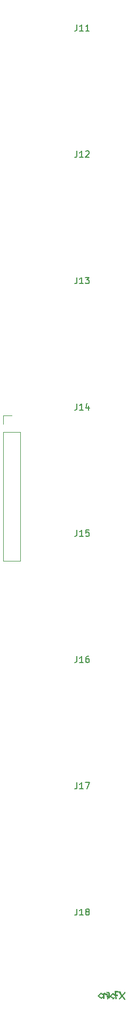
<source format=gbr>
%TF.GenerationSoftware,KiCad,Pcbnew,(5.1.6)-1*%
%TF.CreationDate,2020-06-17T23:21:10-05:00*%
%TF.ProjectId,Euro Playset,4575726f-2050-46c6-9179-7365742e6b69,rev?*%
%TF.SameCoordinates,Original*%
%TF.FileFunction,Legend,Top*%
%TF.FilePolarity,Positive*%
%FSLAX46Y46*%
G04 Gerber Fmt 4.6, Leading zero omitted, Abs format (unit mm)*
G04 Created by KiCad (PCBNEW (5.1.6)-1) date 2020-06-17 23:21:10*
%MOMM*%
%LPD*%
G01*
G04 APERTURE LIST*
%ADD10C,0.120000*%
%ADD11C,0.010000*%
%ADD12C,0.150000*%
G04 APERTURE END LIST*
D10*
%TO.C,C2*%
X372370000Y-214750000D02*
X375030000Y-214750000D01*
X372370000Y-194370000D02*
X372370000Y-214750000D01*
X375030000Y-194370000D02*
X375030000Y-214750000D01*
X372370000Y-194370000D02*
X375030000Y-194370000D01*
X372370000Y-193100000D02*
X372370000Y-191770000D01*
X372370000Y-191770000D02*
X373700000Y-191770000D01*
D11*
%TO.C,G\u002A\u002A\u002A*%
G36*
X390096726Y-282815165D02*
G01*
X390177755Y-282826151D01*
X390285834Y-282842528D01*
X390410994Y-282862608D01*
X390543266Y-282884702D01*
X390672682Y-282907121D01*
X390789274Y-282928178D01*
X390883074Y-282946183D01*
X390944114Y-282959448D01*
X390962523Y-282965375D01*
X390975578Y-283002367D01*
X390963039Y-283046232D01*
X390934713Y-283074749D01*
X390914056Y-283075187D01*
X390886273Y-283069484D01*
X390881979Y-283085210D01*
X390903469Y-283126993D01*
X390953038Y-283199464D01*
X391021772Y-283292380D01*
X391166435Y-283484582D01*
X391390159Y-283243646D01*
X391482239Y-283145314D01*
X391546698Y-283079881D01*
X391590162Y-283042451D01*
X391619258Y-283028126D01*
X391640613Y-283032011D01*
X391657632Y-283045978D01*
X391673544Y-283065927D01*
X391676089Y-283088717D01*
X391660879Y-283121465D01*
X391623528Y-283171287D01*
X391559648Y-283245301D01*
X391480509Y-283333329D01*
X391397742Y-283426189D01*
X391329154Y-283505796D01*
X391281200Y-283564459D01*
X391260339Y-283594488D01*
X391259945Y-283596086D01*
X391274400Y-283622557D01*
X391313672Y-283681479D01*
X391371993Y-283764488D01*
X391443593Y-283863223D01*
X391453689Y-283876930D01*
X391534770Y-283988846D01*
X391587714Y-284067906D01*
X391616283Y-284121053D01*
X391624238Y-284155230D01*
X391616023Y-284176579D01*
X391580953Y-284208118D01*
X391565648Y-284214056D01*
X391543838Y-284194771D01*
X391498528Y-284142212D01*
X391436260Y-284064323D01*
X391363577Y-283969046D01*
X391360864Y-283965411D01*
X391288616Y-283868689D01*
X391227902Y-283787617D01*
X391184970Y-283730527D01*
X391166068Y-283705746D01*
X391165933Y-283705583D01*
X391145881Y-283718439D01*
X391098555Y-283761803D01*
X391031252Y-283828685D01*
X390959432Y-283903418D01*
X390873418Y-283993623D01*
X390814331Y-284051380D01*
X390774667Y-284081865D01*
X390746922Y-284090257D01*
X390723589Y-284081732D01*
X390712531Y-284073758D01*
X390687681Y-284050979D01*
X390683710Y-284027776D01*
X390705050Y-283993095D01*
X390756133Y-283935886D01*
X390776508Y-283914177D01*
X390856377Y-283829028D01*
X390939883Y-283739563D01*
X390986314Y-283689574D01*
X391082326Y-283585876D01*
X390914553Y-283363450D01*
X390826600Y-283240445D01*
X390775126Y-283152990D01*
X390760096Y-283101024D01*
X390761083Y-283095959D01*
X390761914Y-283075141D01*
X390743945Y-283058541D01*
X390699182Y-283043435D01*
X390619626Y-283027102D01*
X390501096Y-283007422D01*
X390386456Y-282989697D01*
X390289338Y-282975507D01*
X390221515Y-282966523D01*
X390196414Y-282964203D01*
X390180500Y-282981262D01*
X390174513Y-283036032D01*
X390177893Y-283134429D01*
X390178895Y-283149347D01*
X390188156Y-283276558D01*
X390197981Y-283361471D01*
X390213024Y-283412629D01*
X390237933Y-283438574D01*
X390277362Y-283447850D01*
X390335962Y-283448999D01*
X390342052Y-283448996D01*
X390417547Y-283451081D01*
X390455142Y-283461710D01*
X390467904Y-283487439D01*
X390469076Y-283512751D01*
X390464942Y-283550589D01*
X390443844Y-283569465D01*
X390392739Y-283575902D01*
X390341566Y-283576506D01*
X390268817Y-283580068D01*
X390222650Y-283589175D01*
X390214056Y-283596301D01*
X390217043Y-283629202D01*
X390224996Y-283699512D01*
X390236402Y-283794049D01*
X390240696Y-283828552D01*
X390252827Y-283933853D01*
X390256374Y-284000464D01*
X390250425Y-284040116D01*
X390234068Y-284064542D01*
X390221569Y-284074810D01*
X390177933Y-284093994D01*
X390156073Y-284089326D01*
X390146022Y-284058674D01*
X390132747Y-283991165D01*
X390118248Y-283900679D01*
X390104527Y-283801095D01*
X390093583Y-283706291D01*
X390087418Y-283630147D01*
X390086740Y-283608383D01*
X390065274Y-283582506D01*
X390035542Y-283576506D01*
X389998056Y-283564328D01*
X389985004Y-283519184D01*
X389984538Y-283500800D01*
X389990373Y-283448806D01*
X390012480Y-283437134D01*
X390026481Y-283441189D01*
X390043569Y-283443697D01*
X390054351Y-283430446D01*
X390059415Y-283393802D01*
X390059346Y-283326128D01*
X390054729Y-283219789D01*
X390050027Y-283134365D01*
X390044664Y-283012884D01*
X390043187Y-282912246D01*
X390045518Y-282842016D01*
X390051576Y-282811760D01*
X390052713Y-282811260D01*
X390096726Y-282815165D01*
G37*
X390096726Y-282815165D02*
X390177755Y-282826151D01*
X390285834Y-282842528D01*
X390410994Y-282862608D01*
X390543266Y-282884702D01*
X390672682Y-282907121D01*
X390789274Y-282928178D01*
X390883074Y-282946183D01*
X390944114Y-282959448D01*
X390962523Y-282965375D01*
X390975578Y-283002367D01*
X390963039Y-283046232D01*
X390934713Y-283074749D01*
X390914056Y-283075187D01*
X390886273Y-283069484D01*
X390881979Y-283085210D01*
X390903469Y-283126993D01*
X390953038Y-283199464D01*
X391021772Y-283292380D01*
X391166435Y-283484582D01*
X391390159Y-283243646D01*
X391482239Y-283145314D01*
X391546698Y-283079881D01*
X391590162Y-283042451D01*
X391619258Y-283028126D01*
X391640613Y-283032011D01*
X391657632Y-283045978D01*
X391673544Y-283065927D01*
X391676089Y-283088717D01*
X391660879Y-283121465D01*
X391623528Y-283171287D01*
X391559648Y-283245301D01*
X391480509Y-283333329D01*
X391397742Y-283426189D01*
X391329154Y-283505796D01*
X391281200Y-283564459D01*
X391260339Y-283594488D01*
X391259945Y-283596086D01*
X391274400Y-283622557D01*
X391313672Y-283681479D01*
X391371993Y-283764488D01*
X391443593Y-283863223D01*
X391453689Y-283876930D01*
X391534770Y-283988846D01*
X391587714Y-284067906D01*
X391616283Y-284121053D01*
X391624238Y-284155230D01*
X391616023Y-284176579D01*
X391580953Y-284208118D01*
X391565648Y-284214056D01*
X391543838Y-284194771D01*
X391498528Y-284142212D01*
X391436260Y-284064323D01*
X391363577Y-283969046D01*
X391360864Y-283965411D01*
X391288616Y-283868689D01*
X391227902Y-283787617D01*
X391184970Y-283730527D01*
X391166068Y-283705746D01*
X391165933Y-283705583D01*
X391145881Y-283718439D01*
X391098555Y-283761803D01*
X391031252Y-283828685D01*
X390959432Y-283903418D01*
X390873418Y-283993623D01*
X390814331Y-284051380D01*
X390774667Y-284081865D01*
X390746922Y-284090257D01*
X390723589Y-284081732D01*
X390712531Y-284073758D01*
X390687681Y-284050979D01*
X390683710Y-284027776D01*
X390705050Y-283993095D01*
X390756133Y-283935886D01*
X390776508Y-283914177D01*
X390856377Y-283829028D01*
X390939883Y-283739563D01*
X390986314Y-283689574D01*
X391082326Y-283585876D01*
X390914553Y-283363450D01*
X390826600Y-283240445D01*
X390775126Y-283152990D01*
X390760096Y-283101024D01*
X390761083Y-283095959D01*
X390761914Y-283075141D01*
X390743945Y-283058541D01*
X390699182Y-283043435D01*
X390619626Y-283027102D01*
X390501096Y-283007422D01*
X390386456Y-282989697D01*
X390289338Y-282975507D01*
X390221515Y-282966523D01*
X390196414Y-282964203D01*
X390180500Y-282981262D01*
X390174513Y-283036032D01*
X390177893Y-283134429D01*
X390178895Y-283149347D01*
X390188156Y-283276558D01*
X390197981Y-283361471D01*
X390213024Y-283412629D01*
X390237933Y-283438574D01*
X390277362Y-283447850D01*
X390335962Y-283448999D01*
X390342052Y-283448996D01*
X390417547Y-283451081D01*
X390455142Y-283461710D01*
X390467904Y-283487439D01*
X390469076Y-283512751D01*
X390464942Y-283550589D01*
X390443844Y-283569465D01*
X390392739Y-283575902D01*
X390341566Y-283576506D01*
X390268817Y-283580068D01*
X390222650Y-283589175D01*
X390214056Y-283596301D01*
X390217043Y-283629202D01*
X390224996Y-283699512D01*
X390236402Y-283794049D01*
X390240696Y-283828552D01*
X390252827Y-283933853D01*
X390256374Y-284000464D01*
X390250425Y-284040116D01*
X390234068Y-284064542D01*
X390221569Y-284074810D01*
X390177933Y-284093994D01*
X390156073Y-284089326D01*
X390146022Y-284058674D01*
X390132747Y-283991165D01*
X390118248Y-283900679D01*
X390104527Y-283801095D01*
X390093583Y-283706291D01*
X390087418Y-283630147D01*
X390086740Y-283608383D01*
X390065274Y-283582506D01*
X390035542Y-283576506D01*
X389998056Y-283564328D01*
X389985004Y-283519184D01*
X389984538Y-283500800D01*
X389990373Y-283448806D01*
X390012480Y-283437134D01*
X390026481Y-283441189D01*
X390043569Y-283443697D01*
X390054351Y-283430446D01*
X390059415Y-283393802D01*
X390059346Y-283326128D01*
X390054729Y-283219789D01*
X390050027Y-283134365D01*
X390044664Y-283012884D01*
X390043187Y-282912246D01*
X390045518Y-282842016D01*
X390051576Y-282811760D01*
X390052713Y-282811260D01*
X390096726Y-282815165D01*
G36*
X389173671Y-283538253D02*
G01*
X389179441Y-283669851D01*
X389182874Y-283784327D01*
X389183783Y-283871462D01*
X389181978Y-283921040D01*
X389180847Y-283927158D01*
X389152039Y-283953614D01*
X389107883Y-283957199D01*
X389072905Y-283939280D01*
X389066466Y-283920783D01*
X389057580Y-283885158D01*
X389035628Y-283891856D01*
X389007663Y-283936333D01*
X388995304Y-283966610D01*
X388963760Y-284039584D01*
X388930117Y-284098256D01*
X388929658Y-284098888D01*
X388902056Y-284132259D01*
X388887932Y-284123618D01*
X388879148Y-284097689D01*
X388866890Y-284051763D01*
X388846830Y-283969849D01*
X388821310Y-283862193D01*
X388792672Y-283739042D01*
X388763258Y-283610644D01*
X388735407Y-283487246D01*
X388711464Y-283379095D01*
X388693768Y-283296438D01*
X388684661Y-283249522D01*
X388683936Y-283243395D01*
X388705704Y-283225194D01*
X388745598Y-283219478D01*
X388774559Y-283223123D01*
X388796383Y-283240092D01*
X388815358Y-283279435D01*
X388835771Y-283350201D01*
X388861912Y-283461440D01*
X388863422Y-283468122D01*
X388888526Y-283575757D01*
X388910784Y-283664869D01*
X388927146Y-283723567D01*
X388933071Y-283739607D01*
X388952041Y-283734659D01*
X388982982Y-283694479D01*
X388993789Y-283675852D01*
X389019762Y-283613372D01*
X389033146Y-283536616D01*
X389036152Y-283430079D01*
X389035229Y-283385241D01*
X389032987Y-283284086D01*
X389035303Y-283223508D01*
X389045103Y-283193106D01*
X389065308Y-283182478D01*
X389092579Y-283181225D01*
X389155723Y-283181225D01*
X389173671Y-283538253D01*
G37*
X389173671Y-283538253D02*
X389179441Y-283669851D01*
X389182874Y-283784327D01*
X389183783Y-283871462D01*
X389181978Y-283921040D01*
X389180847Y-283927158D01*
X389152039Y-283953614D01*
X389107883Y-283957199D01*
X389072905Y-283939280D01*
X389066466Y-283920783D01*
X389057580Y-283885158D01*
X389035628Y-283891856D01*
X389007663Y-283936333D01*
X388995304Y-283966610D01*
X388963760Y-284039584D01*
X388930117Y-284098256D01*
X388929658Y-284098888D01*
X388902056Y-284132259D01*
X388887932Y-284123618D01*
X388879148Y-284097689D01*
X388866890Y-284051763D01*
X388846830Y-283969849D01*
X388821310Y-283862193D01*
X388792672Y-283739042D01*
X388763258Y-283610644D01*
X388735407Y-283487246D01*
X388711464Y-283379095D01*
X388693768Y-283296438D01*
X388684661Y-283249522D01*
X388683936Y-283243395D01*
X388705704Y-283225194D01*
X388745598Y-283219478D01*
X388774559Y-283223123D01*
X388796383Y-283240092D01*
X388815358Y-283279435D01*
X388835771Y-283350201D01*
X388861912Y-283461440D01*
X388863422Y-283468122D01*
X388888526Y-283575757D01*
X388910784Y-283664869D01*
X388927146Y-283723567D01*
X388933071Y-283739607D01*
X388952041Y-283734659D01*
X388982982Y-283694479D01*
X388993789Y-283675852D01*
X389019762Y-283613372D01*
X389033146Y-283536616D01*
X389036152Y-283430079D01*
X389035229Y-283385241D01*
X389032987Y-283284086D01*
X389035303Y-283223508D01*
X389045103Y-283193106D01*
X389065308Y-283182478D01*
X389092579Y-283181225D01*
X389155723Y-283181225D01*
X389173671Y-283538253D01*
G36*
X389819997Y-283248875D02*
G01*
X389909044Y-283303565D01*
X389958869Y-283343511D01*
X389975885Y-283376753D01*
X389966502Y-283411327D01*
X389959287Y-283423494D01*
X389939047Y-283442249D01*
X389906463Y-283439746D01*
X389849108Y-283413399D01*
X389811208Y-283392685D01*
X389687553Y-283323624D01*
X389537432Y-283475327D01*
X389461684Y-283557342D01*
X389418290Y-283616739D01*
X389410618Y-283648834D01*
X389411779Y-283650208D01*
X389442038Y-283676991D01*
X389499852Y-283726778D01*
X389573763Y-283789716D01*
X389588504Y-283802198D01*
X389740762Y-283931011D01*
X389826076Y-283865939D01*
X389880938Y-283826486D01*
X389912128Y-283816503D01*
X389935810Y-283833606D01*
X389947238Y-283848074D01*
X389963928Y-283878374D01*
X389957214Y-283907933D01*
X389920983Y-283948847D01*
X389875429Y-283990152D01*
X389812073Y-284042152D01*
X389762090Y-284076323D01*
X389742269Y-284084347D01*
X389714398Y-284068378D01*
X389655988Y-284025118D01*
X389574987Y-283960749D01*
X389479342Y-283881452D01*
X389456359Y-283861966D01*
X389195951Y-283640261D01*
X389672105Y-283162459D01*
X389819997Y-283248875D01*
G37*
X389819997Y-283248875D02*
X389909044Y-283303565D01*
X389958869Y-283343511D01*
X389975885Y-283376753D01*
X389966502Y-283411327D01*
X389959287Y-283423494D01*
X389939047Y-283442249D01*
X389906463Y-283439746D01*
X389849108Y-283413399D01*
X389811208Y-283392685D01*
X389687553Y-283323624D01*
X389537432Y-283475327D01*
X389461684Y-283557342D01*
X389418290Y-283616739D01*
X389410618Y-283648834D01*
X389411779Y-283650208D01*
X389442038Y-283676991D01*
X389499852Y-283726778D01*
X389573763Y-283789716D01*
X389588504Y-283802198D01*
X389740762Y-283931011D01*
X389826076Y-283865939D01*
X389880938Y-283826486D01*
X389912128Y-283816503D01*
X389935810Y-283833606D01*
X389947238Y-283848074D01*
X389963928Y-283878374D01*
X389957214Y-283907933D01*
X389920983Y-283948847D01*
X389875429Y-283990152D01*
X389812073Y-284042152D01*
X389762090Y-284076323D01*
X389742269Y-284084347D01*
X389714398Y-284068378D01*
X389655988Y-284025118D01*
X389574987Y-283960749D01*
X389479342Y-283881452D01*
X389456359Y-283861966D01*
X389195951Y-283640261D01*
X389672105Y-283162459D01*
X389819997Y-283248875D01*
G36*
X387932826Y-283181991D02*
G01*
X388028975Y-283235731D01*
X388084861Y-283275327D01*
X388106635Y-283307778D01*
X388100448Y-283340084D01*
X388088359Y-283358964D01*
X388066046Y-283383554D01*
X388039708Y-283387726D01*
X387995536Y-283369252D01*
X387933448Y-283333956D01*
X387812205Y-283262903D01*
X387506374Y-283568734D01*
X387693372Y-283724207D01*
X387780413Y-283795755D01*
X387837817Y-283838713D01*
X387874926Y-283857386D01*
X387901084Y-283856077D01*
X387925632Y-283839090D01*
X387931500Y-283833894D01*
X387992793Y-283784654D01*
X388034037Y-283770819D01*
X388068830Y-283789460D01*
X388080763Y-283801741D01*
X388100437Y-283829167D01*
X388097403Y-283854550D01*
X388065414Y-283888498D01*
X387998511Y-283941401D01*
X387931999Y-283990821D01*
X387883364Y-284024522D01*
X387865093Y-284034512D01*
X387843074Y-284018532D01*
X387789861Y-283975526D01*
X387712972Y-283911681D01*
X387619919Y-283833184D01*
X387600101Y-283816331D01*
X387504723Y-283734208D01*
X387424550Y-283663456D01*
X387367059Y-283610802D01*
X387339731Y-283582975D01*
X387338572Y-283581067D01*
X387353151Y-283557283D01*
X387397654Y-283505312D01*
X387465428Y-283432512D01*
X387549817Y-283346243D01*
X387561478Y-283334604D01*
X387790893Y-283106252D01*
X387932826Y-283181991D01*
G37*
X387932826Y-283181991D02*
X388028975Y-283235731D01*
X388084861Y-283275327D01*
X388106635Y-283307778D01*
X388100448Y-283340084D01*
X388088359Y-283358964D01*
X388066046Y-283383554D01*
X388039708Y-283387726D01*
X387995536Y-283369252D01*
X387933448Y-283333956D01*
X387812205Y-283262903D01*
X387506374Y-283568734D01*
X387693372Y-283724207D01*
X387780413Y-283795755D01*
X387837817Y-283838713D01*
X387874926Y-283857386D01*
X387901084Y-283856077D01*
X387925632Y-283839090D01*
X387931500Y-283833894D01*
X387992793Y-283784654D01*
X388034037Y-283770819D01*
X388068830Y-283789460D01*
X388080763Y-283801741D01*
X388100437Y-283829167D01*
X388097403Y-283854550D01*
X388065414Y-283888498D01*
X387998511Y-283941401D01*
X387931999Y-283990821D01*
X387883364Y-284024522D01*
X387865093Y-284034512D01*
X387843074Y-284018532D01*
X387789861Y-283975526D01*
X387712972Y-283911681D01*
X387619919Y-283833184D01*
X387600101Y-283816331D01*
X387504723Y-283734208D01*
X387424550Y-283663456D01*
X387367059Y-283610802D01*
X387339731Y-283582975D01*
X387338572Y-283581067D01*
X387353151Y-283557283D01*
X387397654Y-283505312D01*
X387465428Y-283432512D01*
X387549817Y-283346243D01*
X387561478Y-283334604D01*
X387790893Y-283106252D01*
X387932826Y-283181991D01*
G36*
X388419677Y-283134526D02*
G01*
X388474428Y-283179667D01*
X388542578Y-283243851D01*
X388556406Y-283257711D01*
X388625413Y-283329092D01*
X388662932Y-283374727D01*
X388674032Y-283404435D01*
X388663784Y-283428036D01*
X388651314Y-283441543D01*
X388623799Y-283463828D01*
X388596930Y-283463306D01*
X388558013Y-283435122D01*
X388506218Y-283386018D01*
X388447598Y-283330344D01*
X388411666Y-283305972D01*
X388384681Y-283308505D01*
X388352902Y-283333548D01*
X388350098Y-283336071D01*
X388327247Y-283359486D01*
X388312588Y-283387167D01*
X388305099Y-283428972D01*
X388303757Y-283494757D01*
X388307540Y-283594377D01*
X388312957Y-283694236D01*
X388319672Y-283825674D01*
X388321797Y-283914957D01*
X388318675Y-283970782D01*
X388309646Y-284001846D01*
X388294052Y-284016846D01*
X388288331Y-284019386D01*
X388246547Y-284031542D01*
X388220677Y-284022567D01*
X388205217Y-283983671D01*
X388194666Y-283906064D01*
X388190694Y-283863403D01*
X388181507Y-283754456D01*
X388170856Y-283619854D01*
X388160726Y-283484830D01*
X388158607Y-283455371D01*
X388141815Y-283219478D01*
X388204907Y-283219478D01*
X388270069Y-283201033D01*
X388314157Y-283168474D01*
X388358488Y-283130278D01*
X388389111Y-283117470D01*
X388419677Y-283134526D01*
G37*
X388419677Y-283134526D02*
X388474428Y-283179667D01*
X388542578Y-283243851D01*
X388556406Y-283257711D01*
X388625413Y-283329092D01*
X388662932Y-283374727D01*
X388674032Y-283404435D01*
X388663784Y-283428036D01*
X388651314Y-283441543D01*
X388623799Y-283463828D01*
X388596930Y-283463306D01*
X388558013Y-283435122D01*
X388506218Y-283386018D01*
X388447598Y-283330344D01*
X388411666Y-283305972D01*
X388384681Y-283308505D01*
X388352902Y-283333548D01*
X388350098Y-283336071D01*
X388327247Y-283359486D01*
X388312588Y-283387167D01*
X388305099Y-283428972D01*
X388303757Y-283494757D01*
X388307540Y-283594377D01*
X388312957Y-283694236D01*
X388319672Y-283825674D01*
X388321797Y-283914957D01*
X388318675Y-283970782D01*
X388309646Y-284001846D01*
X388294052Y-284016846D01*
X388288331Y-284019386D01*
X388246547Y-284031542D01*
X388220677Y-284022567D01*
X388205217Y-283983671D01*
X388194666Y-283906064D01*
X388190694Y-283863403D01*
X388181507Y-283754456D01*
X388170856Y-283619854D01*
X388160726Y-283484830D01*
X388158607Y-283455371D01*
X388141815Y-283219478D01*
X388204907Y-283219478D01*
X388270069Y-283201033D01*
X388314157Y-283168474D01*
X388358488Y-283130278D01*
X388389111Y-283117470D01*
X388419677Y-283134526D01*
G36*
X388834462Y-282990159D02*
G01*
X388834063Y-283044319D01*
X388832371Y-283060773D01*
X388821813Y-283112301D01*
X388797414Y-283123950D01*
X388766817Y-283115050D01*
X388720551Y-283078964D01*
X388711861Y-283031655D01*
X388740902Y-282991683D01*
X388765704Y-282981194D01*
X388814787Y-282972831D01*
X388834462Y-282990159D01*
G37*
X388834462Y-282990159D02*
X388834063Y-283044319D01*
X388832371Y-283060773D01*
X388821813Y-283112301D01*
X388797414Y-283123950D01*
X388766817Y-283115050D01*
X388720551Y-283078964D01*
X388711861Y-283031655D01*
X388740902Y-282991683D01*
X388765704Y-282981194D01*
X388814787Y-282972831D01*
X388834462Y-282990159D01*
G36*
X389056194Y-282999101D02*
G01*
X389077907Y-283028571D01*
X389055562Y-283081441D01*
X389051205Y-283087812D01*
X389006444Y-283134957D01*
X388970351Y-283132308D01*
X388939076Y-283079515D01*
X388938325Y-283077556D01*
X388918305Y-283019756D01*
X388924088Y-282995398D01*
X388963947Y-282990028D01*
X388988455Y-282989960D01*
X389056194Y-282999101D01*
G37*
X389056194Y-282999101D02*
X389077907Y-283028571D01*
X389055562Y-283081441D01*
X389051205Y-283087812D01*
X389006444Y-283134957D01*
X388970351Y-283132308D01*
X388939076Y-283079515D01*
X388938325Y-283077556D01*
X388918305Y-283019756D01*
X388924088Y-282995398D01*
X388963947Y-282990028D01*
X388988455Y-282989960D01*
X389056194Y-282999101D01*
%TO.C,J16*%
D12*
X384040476Y-229846380D02*
X384040476Y-230560666D01*
X383992857Y-230703523D01*
X383897619Y-230798761D01*
X383754761Y-230846380D01*
X383659523Y-230846380D01*
X385040476Y-230846380D02*
X384469047Y-230846380D01*
X384754761Y-230846380D02*
X384754761Y-229846380D01*
X384659523Y-229989238D01*
X384564285Y-230084476D01*
X384469047Y-230132095D01*
X385897619Y-229846380D02*
X385707142Y-229846380D01*
X385611904Y-229894000D01*
X385564285Y-229941619D01*
X385469047Y-230084476D01*
X385421428Y-230274952D01*
X385421428Y-230655904D01*
X385469047Y-230751142D01*
X385516666Y-230798761D01*
X385611904Y-230846380D01*
X385802380Y-230846380D01*
X385897619Y-230798761D01*
X385945238Y-230751142D01*
X385992857Y-230655904D01*
X385992857Y-230417809D01*
X385945238Y-230322571D01*
X385897619Y-230274952D01*
X385802380Y-230227333D01*
X385611904Y-230227333D01*
X385516666Y-230274952D01*
X385469047Y-230322571D01*
X385421428Y-230417809D01*
%TO.C,J12*%
X384040476Y-149846380D02*
X384040476Y-150560666D01*
X383992857Y-150703523D01*
X383897619Y-150798761D01*
X383754761Y-150846380D01*
X383659523Y-150846380D01*
X385040476Y-150846380D02*
X384469047Y-150846380D01*
X384754761Y-150846380D02*
X384754761Y-149846380D01*
X384659523Y-149989238D01*
X384564285Y-150084476D01*
X384469047Y-150132095D01*
X385421428Y-149941619D02*
X385469047Y-149894000D01*
X385564285Y-149846380D01*
X385802380Y-149846380D01*
X385897619Y-149894000D01*
X385945238Y-149941619D01*
X385992857Y-150036857D01*
X385992857Y-150132095D01*
X385945238Y-150274952D01*
X385373809Y-150846380D01*
X385992857Y-150846380D01*
%TO.C,J11*%
X384040476Y-129846380D02*
X384040476Y-130560666D01*
X383992857Y-130703523D01*
X383897619Y-130798761D01*
X383754761Y-130846380D01*
X383659523Y-130846380D01*
X385040476Y-130846380D02*
X384469047Y-130846380D01*
X384754761Y-130846380D02*
X384754761Y-129846380D01*
X384659523Y-129989238D01*
X384564285Y-130084476D01*
X384469047Y-130132095D01*
X385992857Y-130846380D02*
X385421428Y-130846380D01*
X385707142Y-130846380D02*
X385707142Y-129846380D01*
X385611904Y-129989238D01*
X385516666Y-130084476D01*
X385421428Y-130132095D01*
%TO.C,J15*%
X384040476Y-209846380D02*
X384040476Y-210560666D01*
X383992857Y-210703523D01*
X383897619Y-210798761D01*
X383754761Y-210846380D01*
X383659523Y-210846380D01*
X385040476Y-210846380D02*
X384469047Y-210846380D01*
X384754761Y-210846380D02*
X384754761Y-209846380D01*
X384659523Y-209989238D01*
X384564285Y-210084476D01*
X384469047Y-210132095D01*
X385945238Y-209846380D02*
X385469047Y-209846380D01*
X385421428Y-210322571D01*
X385469047Y-210274952D01*
X385564285Y-210227333D01*
X385802380Y-210227333D01*
X385897619Y-210274952D01*
X385945238Y-210322571D01*
X385992857Y-210417809D01*
X385992857Y-210655904D01*
X385945238Y-210751142D01*
X385897619Y-210798761D01*
X385802380Y-210846380D01*
X385564285Y-210846380D01*
X385469047Y-210798761D01*
X385421428Y-210751142D01*
%TO.C,J14*%
X384040476Y-189846380D02*
X384040476Y-190560666D01*
X383992857Y-190703523D01*
X383897619Y-190798761D01*
X383754761Y-190846380D01*
X383659523Y-190846380D01*
X385040476Y-190846380D02*
X384469047Y-190846380D01*
X384754761Y-190846380D02*
X384754761Y-189846380D01*
X384659523Y-189989238D01*
X384564285Y-190084476D01*
X384469047Y-190132095D01*
X385897619Y-190179714D02*
X385897619Y-190846380D01*
X385659523Y-189798761D02*
X385421428Y-190513047D01*
X386040476Y-190513047D01*
%TO.C,J13*%
X384040476Y-169846380D02*
X384040476Y-170560666D01*
X383992857Y-170703523D01*
X383897619Y-170798761D01*
X383754761Y-170846380D01*
X383659523Y-170846380D01*
X385040476Y-170846380D02*
X384469047Y-170846380D01*
X384754761Y-170846380D02*
X384754761Y-169846380D01*
X384659523Y-169989238D01*
X384564285Y-170084476D01*
X384469047Y-170132095D01*
X385373809Y-169846380D02*
X385992857Y-169846380D01*
X385659523Y-170227333D01*
X385802380Y-170227333D01*
X385897619Y-170274952D01*
X385945238Y-170322571D01*
X385992857Y-170417809D01*
X385992857Y-170655904D01*
X385945238Y-170751142D01*
X385897619Y-170798761D01*
X385802380Y-170846380D01*
X385516666Y-170846380D01*
X385421428Y-170798761D01*
X385373809Y-170751142D01*
%TO.C,J18*%
X384040476Y-269846380D02*
X384040476Y-270560666D01*
X383992857Y-270703523D01*
X383897619Y-270798761D01*
X383754761Y-270846380D01*
X383659523Y-270846380D01*
X385040476Y-270846380D02*
X384469047Y-270846380D01*
X384754761Y-270846380D02*
X384754761Y-269846380D01*
X384659523Y-269989238D01*
X384564285Y-270084476D01*
X384469047Y-270132095D01*
X385611904Y-270274952D02*
X385516666Y-270227333D01*
X385469047Y-270179714D01*
X385421428Y-270084476D01*
X385421428Y-270036857D01*
X385469047Y-269941619D01*
X385516666Y-269894000D01*
X385611904Y-269846380D01*
X385802380Y-269846380D01*
X385897619Y-269894000D01*
X385945238Y-269941619D01*
X385992857Y-270036857D01*
X385992857Y-270084476D01*
X385945238Y-270179714D01*
X385897619Y-270227333D01*
X385802380Y-270274952D01*
X385611904Y-270274952D01*
X385516666Y-270322571D01*
X385469047Y-270370190D01*
X385421428Y-270465428D01*
X385421428Y-270655904D01*
X385469047Y-270751142D01*
X385516666Y-270798761D01*
X385611904Y-270846380D01*
X385802380Y-270846380D01*
X385897619Y-270798761D01*
X385945238Y-270751142D01*
X385992857Y-270655904D01*
X385992857Y-270465428D01*
X385945238Y-270370190D01*
X385897619Y-270322571D01*
X385802380Y-270274952D01*
%TO.C,J17*%
X384040476Y-249846380D02*
X384040476Y-250560666D01*
X383992857Y-250703523D01*
X383897619Y-250798761D01*
X383754761Y-250846380D01*
X383659523Y-250846380D01*
X385040476Y-250846380D02*
X384469047Y-250846380D01*
X384754761Y-250846380D02*
X384754761Y-249846380D01*
X384659523Y-249989238D01*
X384564285Y-250084476D01*
X384469047Y-250132095D01*
X385373809Y-249846380D02*
X386040476Y-249846380D01*
X385611904Y-250846380D01*
%TD*%
M02*

</source>
